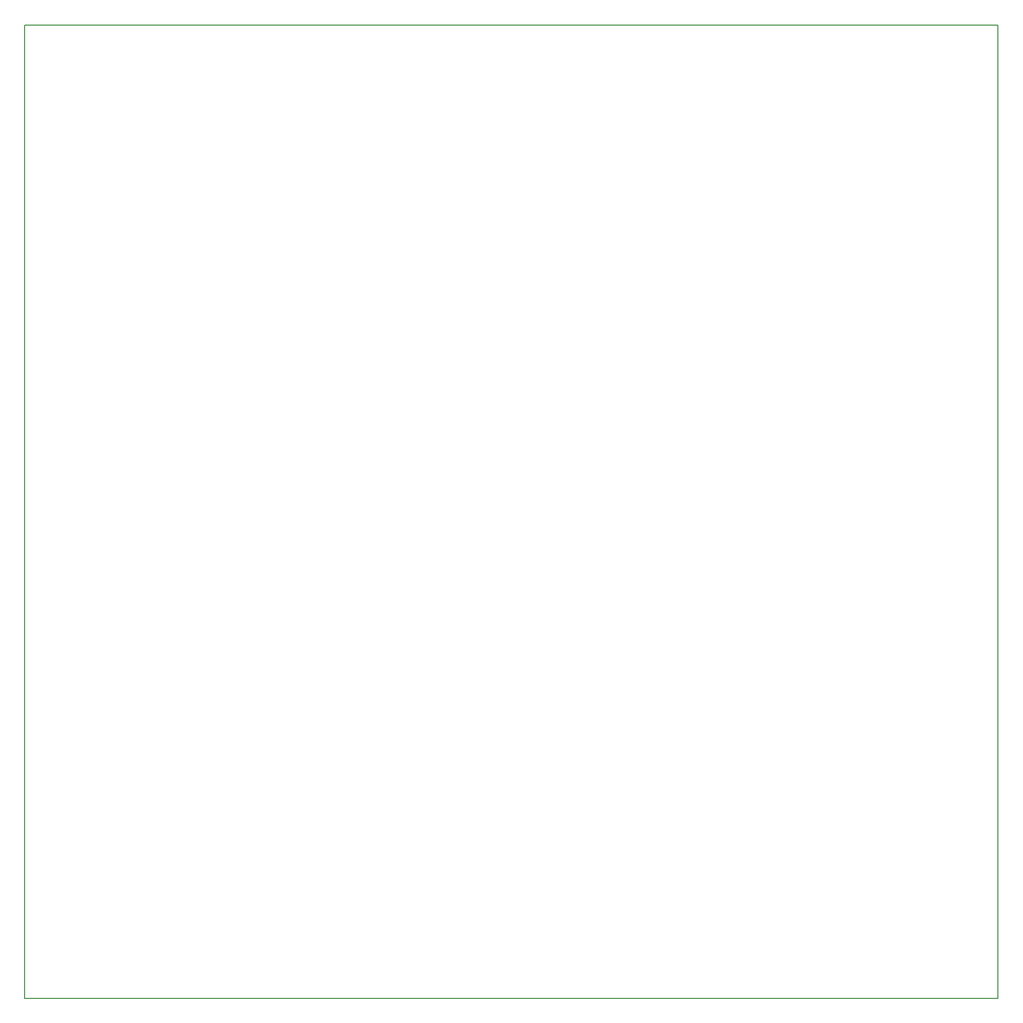
<source format=gbr>
G04 DipTrace 2.4.0.2*
%INBorder.gbr*%
%MOMM*%
%ADD11C,0.14*%
%FSLAX53Y53*%
G04*
G71*
G90*
G75*
G01*
%LNBoardOutline*%
%LPD*%
X0Y0D2*
D11*
X157480D1*
Y157480D1*
X0D1*
Y0D1*
M02*

</source>
